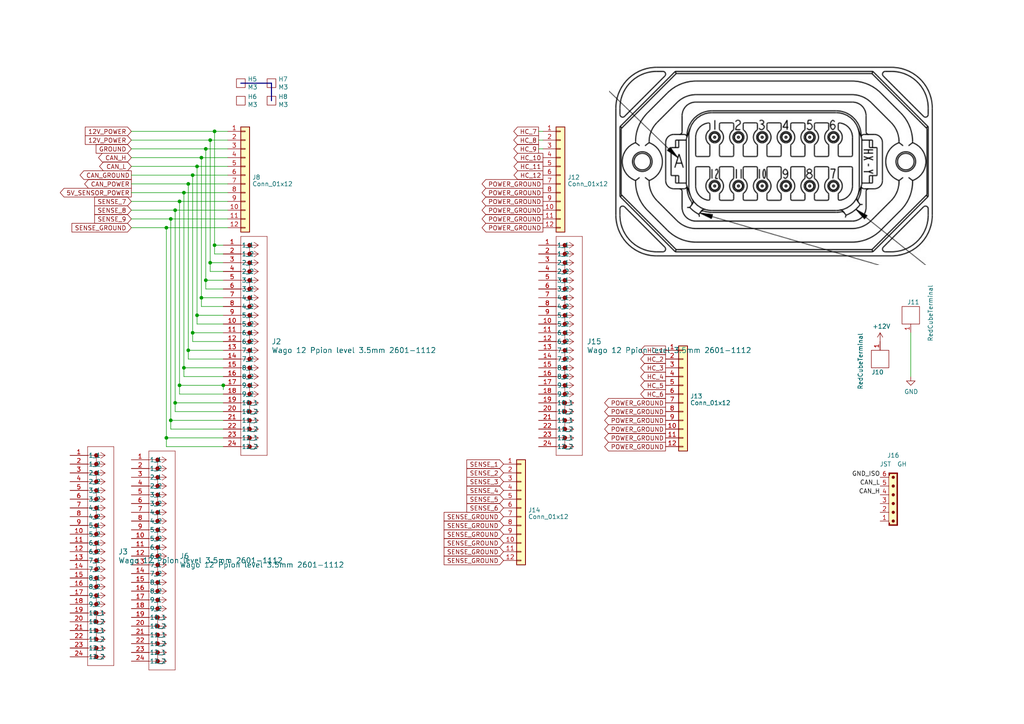
<source format=kicad_sch>
(kicad_sch (version 20250114) (generator "eeschema") (generator_version "9.0")
  (paper "A4")
  (title_block (title "l8"))
  (lib_symbols
    (symbol "Connector_Generic:Conn_01x12" (pin_names (offset 1.016) (hide yes))
      (property "Reference" "J" (at 0 15.24 0))
      (property "Value" "Conn_01x12" (at 0 -17.78 0))
      (symbol "Conn_01x12_1_1"
        (rectangle (start -1.27 13.97) (end 1.27 -16.51) (stroke (width 0.254)) (fill (type background)))
        (rectangle (start -1.27 12.827) (end 0 12.573) (stroke (width 0.1524)))
        (rectangle (start -1.27 10.287) (end 0 10.033) (stroke (width 0.1524)))
        (rectangle (start -1.27 7.747) (end 0 7.493) (stroke (width 0.1524)))
        (rectangle (start -1.27 5.207) (end 0 4.953) (stroke (width 0.1524)))
        (rectangle (start -1.27 2.667) (end 0 2.413) (stroke (width 0.1524)))
        (rectangle (start -1.27 0.127) (end 0 -0.127) (stroke (width 0.1524)))
        (rectangle (start -1.27 -2.413) (end 0 -2.667) (stroke (width 0.1524)))
        (rectangle (start -1.27 -4.953) (end 0 -5.207) (stroke (width 0.1524)))
        (rectangle (start -1.27 -7.493) (end 0 -7.747) (stroke (width 0.1524)))
        (rectangle (start -1.27 -10.033) (end 0 -10.287) (stroke (width 0.1524)))
        (rectangle (start -1.27 -12.573) (end 0 -12.827) (stroke (width 0.1524)))
        (rectangle (start -1.27 -15.113) (end 0 -15.367) (stroke (width 0.1524)))
        (pin passive line (at -5.08 12.7 0) (length 3.81) (name "Pin_1") (number "1"))
        (pin passive line (at -5.08 10.16 0) (length 3.81) (name "Pin_2") (number "2"))
        (pin passive line (at -5.08 7.62 0) (length 3.81) (name "Pin_3") (number "3"))
        (pin passive line (at -5.08 5.08 0) (length 3.81) (name "Pin_4") (number "4"))
        (pin passive line (at -5.08 2.54 0) (length 3.81) (name "Pin_5") (number "5"))
        (pin passive line (at -5.08 0 0) (length 3.81) (name "Pin_6") (number "6"))
        (pin passive line (at -5.08 -2.54 0) (length 3.81) (name "Pin_7") (number "7"))
        (pin passive line (at -5.08 -5.08 0) (length 3.81) (name "Pin_8") (number "8"))
        (pin passive line (at -5.08 -7.62 0) (length 3.81) (name "Pin_9") (number "9"))
        (pin passive line (at -5.08 -10.16 0) (length 3.81) (name "Pin_10") (number "10"))
        (pin passive line (at -5.08 -12.7 0) (length 3.81) (name "Pin_11") (number "11"))
        (pin passive line (at -5.08 -15.24 0) (length 3.81) (name "Pin_12") (number "12"))
      )
    )
    (symbol "PCM_SL_Connectors:JST_06"
      (property "Reference" "J" (at 0 12.7 0))
      (property "Value" "JST_06" (at 0 10.16 0))
      (symbol "JST_06_0_1"
        (rectangle (start -1.27 7.62) (end 1.27 -7.62) (fill (type background)))
        (polyline (pts (xy -1.27 -6.858) (xy -1.27 -7.62) (xy 1.27 -7.62) (xy 1.27 -6.858) (xy 1.016 -6.858) (xy 1.016 -7.366) (xy -1.016 -7.366) (xy -1.016 -6.858) (xy -1.27 -6.858)) (fill (type outline)))
        (circle (center 0 6.35) (radius 0.381) (fill (type outline)))
        (circle (center 0 3.81) (radius 0.381) (fill (type outline)))
        (circle (center 0 1.27) (radius 0.381) (fill (type outline)))
        (circle (center 0 -1.27) (radius 0.381) (fill (type outline)))
        (circle (center 0 -3.81) (radius 0.381) (fill (type outline)))
        (circle (center 0 -6.35) (radius 0.381) (fill (type outline)))
        (rectangle (start 1.016 -6.858) (end 1.27 6.858) (fill (type outline)))
        (rectangle (start 1.016 -6.858) (end 1.27 -6.858))
        (polyline (pts (xy 1.27 6.858) (xy 1.27 7.62) (xy -1.27 7.62) (xy -1.27 6.858) (xy -1.016 6.858) (xy -1.016 7.366) (xy 1.016 7.366) (xy 1.016 6.858) (xy 1.27 6.858)) (fill (type outline)))
      )
      (symbol "JST_06_1_1"
        (pin passive line (at -3.81 6.35 0) (length 2.54) (name "") (number "1"))
        (pin passive line (at -3.81 3.81 0) (length 2.54) (name "") (number "2"))
        (pin passive line (at -3.81 1.27 0) (length 2.54) (name "") (number "3"))
        (pin passive line (at -3.81 -1.27 0) (length 2.54) (name "") (number "4"))
        (pin passive line (at -3.81 -3.81 0) (length 2.54) (name "") (number "5"))
        (pin passive line (at -3.81 -6.35 0) (length 2.54) (name "") (number "6"))
      )
    )
    (symbol "RedCube:RedCubeTerminal" (pin_names (offset 1.016))
      (property "Reference" "J" (at 0 3.81 0))
      (property "Value" "RedCube_RedCubeTerminal" (at 1.27 -3.81 0))
      (symbol "RedCubeTerminal_0_1"
        (rectangle (start -1.27 -2.54) (end 3.81 2.54))
      )
      (symbol "RedCubeTerminal_1_1"
        (pin bidirectional line (at -3.81 0 0) (length 2.54) (name "~") (number "1"))
      )
    )
    (symbol "dnt_global:M3-MountingHoles" (pin_names (offset 1.016))
      (property "Reference" "H6" (at 1.9812 1.1684 0))
      (property "Value" "M3" (at 1.9812 -1.143 0))
      (symbol "M3-MountingHoles_0_1"
        (rectangle (start -1.27 1.27) (end 1.27 -1.27))
      )
    )
    (symbol "dnt_global:Wago 12 Ppion level 3.5mm 2601-1112" (pin_names (offset 0.254))
      (property "Reference" "J" (at 8.89 6.35 0))
      (property "Value" "Wago 12 pin  1 level 3.5mm 2601-1112" (at 0 0 0))
      (symbol "Wago 12 Ppion level 3.5mm 2601-1112_1_1"
        (polyline (pts (xy 5.08 2.54) (xy 5.08 -60.96)) (stroke (width 0.127)))
        (polyline (pts (xy 5.08 -60.96) (xy 12.7 -60.96)) (stroke (width 0.127)))
        (polyline (pts (xy 7.62 0) (xy 7.62 -2.54)) (stroke (width 0.127)))
        (circle (center 7.62 0) (radius 0.127) (stroke (width 0.508)))
        (circle (center 7.62 -2.54) (radius 0.127) (stroke (width 0.508)))
        (polyline (pts (xy 7.62 -5.08) (xy 7.62 -7.62)) (stroke (width 0.127)))
        (circle (center 7.62 -5.08) (radius 0.127) (stroke (width 0.508)))
        (circle (center 7.62 -7.62) (radius 0.127) (stroke (width 0.508)))
        (polyline (pts (xy 7.62 -10.16) (xy 7.62 -12.7)) (stroke (width 0.127)))
        (circle (center 7.62 -10.16) (radius 0.127) (stroke (width 0.508)))
        (circle (center 7.62 -12.7) (radius 0.127) (stroke (width 0.508)))
        (polyline (pts (xy 7.62 -15.24) (xy 7.62 -17.78)) (stroke (width 0.127)))
        (circle (center 7.62 -15.24) (radius 0.127) (stroke (width 0.508)))
        (circle (center 7.62 -17.78) (radius 0.127) (stroke (width 0.508)))
        (polyline (pts (xy 7.62 -20.32) (xy 7.62 -22.86)) (stroke (width 0.127)))
        (circle (center 7.62 -20.32) (radius 0.127) (stroke (width 0.508)))
        (circle (center 7.62 -22.86) (radius 0.127) (stroke (width 0.508)))
        (polyline (pts (xy 7.62 -25.4) (xy 7.62 -27.94)) (stroke (width 0.127)))
        (circle (center 7.62 -25.4) (radius 0.127) (stroke (width 0.508)))
        (circle (center 7.62 -27.94) (radius 0.127) (stroke (width 0.508)))
        (polyline (pts (xy 7.62 -30.48) (xy 7.62 -33.02)) (stroke (width 0.127)))
        (circle (center 7.62 -30.48) (radius 0.127) (stroke (width 0.508)))
        (circle (center 7.62 -33.02) (radius 0.127) (stroke (width 0.508)))
        (polyline (pts (xy 7.62 -35.56) (xy 7.62 -38.1)) (stroke (width 0.127)))
        (circle (center 7.62 -35.56) (radius 0.127) (stroke (width 0.508)))
        (circle (center 7.62 -38.1) (radius 0.127) (stroke (width 0.508)))
        (polyline (pts (xy 7.62 -40.64) (xy 7.62 -43.18)) (stroke (width 0.127)))
        (circle (center 7.62 -40.64) (radius 0.127) (stroke (width 0.508)))
        (circle (center 7.62 -43.18) (radius 0.127) (stroke (width 0.508)))
        (polyline (pts (xy 7.62 -45.72) (xy 7.62 -48.26)) (stroke (width 0.127)))
        (circle (center 7.62 -45.72) (radius 0.127) (stroke (width 0.508)))
        (circle (center 7.62 -48.26) (radius 0.127) (stroke (width 0.508)))
        (polyline (pts (xy 7.62 -50.8) (xy 7.62 -53.34)) (stroke (width 0.127)))
        (circle (center 7.62 -50.8) (radius 0.127) (stroke (width 0.508)))
        (circle (center 7.62 -53.34) (radius 0.127) (stroke (width 0.508)))
        (polyline (pts (xy 7.62 -55.88) (xy 7.62 -58.42)) (stroke (width 0.127)))
        (circle (center 7.62 -55.88) (radius 0.127) (stroke (width 0.508)))
        (circle (center 7.62 -58.42) (radius 0.127) (stroke (width 0.508)))
        (polyline (pts (xy 10.16 0) (xy 5.08 0)) (stroke (width 0.127)))
        (polyline (pts (xy 10.16 0) (xy 8.89 0.8467)) (stroke (width 0.127)))
        (polyline (pts (xy 10.16 0) (xy 8.89 -0.8467)) (stroke (width 0.127)))
        (polyline (pts (xy 10.16 -2.54) (xy 5.08 -2.54)) (stroke (width 0.127)))
        (polyline (pts (xy 10.16 -2.54) (xy 8.89 -1.6933)) (stroke (width 0.127)))
        (polyline (pts (xy 10.16 -2.54) (xy 8.89 -3.3867)) (stroke (width 0.127)))
        (polyline (pts (xy 10.16 -5.08) (xy 5.08 -5.08)) (stroke (width 0.127)))
        (polyline (pts (xy 10.16 -5.08) (xy 8.89 -4.2333)) (stroke (width 0.127)))
        (polyline (pts (xy 10.16 -5.08) (xy 8.89 -5.9267)) (stroke (width 0.127)))
        (polyline (pts (xy 10.16 -7.62) (xy 5.08 -7.62)) (stroke (width 0.127)))
        (polyline (pts (xy 10.16 -7.62) (xy 8.89 -6.7733)) (stroke (width 0.127)))
        (polyline (pts (xy 10.16 -7.62) (xy 8.89 -8.4667)) (stroke (width 0.127)))
        (polyline (pts (xy 10.16 -10.16) (xy 5.08 -10.16)) (stroke (width 0.127)))
        (polyline (pts (xy 10.16 -10.16) (xy 8.89 -9.3133)) (stroke (width 0.127)))
        (polyline (pts (xy 10.16 -10.16) (xy 8.89 -11.0067)) (stroke (width 0.127)))
        (polyline (pts (xy 10.16 -12.7) (xy 5.08 -12.7)) (stroke (width 0.127)))
        (polyline (pts (xy 10.16 -12.7) (xy 8.89 -11.8533)) (stroke (width 0.127)))
        (polyline (pts (xy 10.16 -12.7) (xy 8.89 -13.5467)) (stroke (width 0.127)))
        (polyline (pts (xy 10.16 -15.24) (xy 5.08 -15.24)) (stroke (width 0.127)))
        (polyline (pts (xy 10.16 -15.24) (xy 8.89 -14.3933)) (stroke (width 0.127)))
        (polyline (pts (xy 10.16 -15.24) (xy 8.89 -16.0867)) (stroke (width 0.127)))
        (polyline (pts (xy 10.16 -17.78) (xy 5.08 -17.78)) (stroke (width 0.127)))
        (polyline (pts (xy 10.16 -17.78) (xy 8.89 -16.9333)) (stroke (width 0.127)))
        (polyline (pts (xy 10.16 -17.78) (xy 8.89 -18.6267)) (stroke (width 0.127)))
        (polyline (pts (xy 10.16 -20.32) (xy 5.08 -20.32)) (stroke (width 0.127)))
        (polyline (pts (xy 10.16 -20.32) (xy 8.89 -19.4733)) (stroke (width 0.127)))
        (polyline (pts (xy 10.16 -20.32) (xy 8.89 -21.1667)) (stroke (width 0.127)))
        (polyline (pts (xy 10.16 -22.86) (xy 5.08 -22.86)) (stroke (width 0.127)))
        (polyline (pts (xy 10.16 -22.86) (xy 8.89 -22.0133)) (stroke (width 0.127)))
        (polyline (pts (xy 10.16 -22.86) (xy 8.89 -23.7067)) (stroke (width 0.127)))
        (polyline (pts (xy 10.16 -25.4) (xy 5.08 -25.4)) (stroke (width 0.127)))
        (polyline (pts (xy 10.16 -25.4) (xy 8.89 -24.5533)) (stroke (width 0.127)))
        (polyline (pts (xy 10.16 -25.4) (xy 8.89 -26.2467)) (stroke (width 0.127)))
        (polyline (pts (xy 10.16 -27.94) (xy 5.08 -27.94)) (stroke (width 0.127)))
        (polyline (pts (xy 10.16 -27.94) (xy 8.89 -27.0933)) (stroke (width 0.127)))
        (polyline (pts (xy 10.16 -27.94) (xy 8.89 -28.7867)) (stroke (width 0.127)))
        (polyline (pts (xy 10.16 -30.48) (xy 5.08 -30.48)) (stroke (width 0.127)))
        (polyline (pts (xy 10.16 -30.48) (xy 8.89 -29.6333)) (stroke (width 0.127)))
        (polyline (pts (xy 10.16 -30.48) (xy 8.89 -31.3267)) (stroke (width 0.127)))
        (polyline (pts (xy 10.16 -33.02) (xy 5.08 -33.02)) (stroke (width 0.127)))
        (polyline (pts (xy 10.16 -33.02) (xy 8.89 -32.1733)) (stroke (width 0.127)))
        (polyline (pts (xy 10.16 -33.02) (xy 8.89 -33.8667)) (stroke (width 0.127)))
        (polyline (pts (xy 10.16 -35.56) (xy 5.08 -35.56)) (stroke (width 0.127)))
        (polyline (pts (xy 10.16 -35.56) (xy 8.89 -34.7133)) (stroke (width 0.127)))
        (polyline (pts (xy 10.16 -35.56) (xy 8.89 -36.4067)) (stroke (width 0.127)))
        (polyline (pts (xy 10.16 -38.1) (xy 5.08 -38.1)) (stroke (width 0.127)))
        (polyline (pts (xy 10.16 -38.1) (xy 8.89 -37.2533)) (stroke (width 0.127)))
        (polyline (pts (xy 10.16 -38.1) (xy 8.89 -38.9467)) (stroke (width 0.127)))
        (polyline (pts (xy 10.16 -40.64) (xy 5.08 -40.64)) (stroke (width 0.127)))
        (polyline (pts (xy 10.16 -40.64) (xy 8.89 -39.7933)) (stroke (width 0.127)))
        (polyline (pts (xy 10.16 -40.64) (xy 8.89 -41.4867)) (stroke (width 0.127)))
        (polyline (pts (xy 10.16 -43.18) (xy 5.08 -43.18)) (stroke (width 0.127)))
        (polyline (pts (xy 10.16 -43.18) (xy 8.89 -42.3333)) (stroke (width 0.127)))
        (polyline (pts (xy 10.16 -43.18) (xy 8.89 -44.0267)) (stroke (width 0.127)))
        (polyline (pts (xy 10.16 -45.72) (xy 5.08 -45.72)) (stroke (width 0.127)))
        (polyline (pts (xy 10.16 -45.72) (xy 8.89 -44.8733)) (stroke (width 0.127)))
        (polyline (pts (xy 10.16 -45.72) (xy 8.89 -46.5667)) (stroke (width 0.127)))
        (polyline (pts (xy 10.16 -48.26) (xy 5.08 -48.26)) (stroke (width 0.127)))
        (polyline (pts (xy 10.16 -48.26) (xy 8.89 -47.4133)) (stroke (width 0.127)))
        (polyline (pts (xy 10.16 -48.26) (xy 8.89 -49.1067)) (stroke (width 0.127)))
        (polyline (pts (xy 10.16 -50.8) (xy 5.08 -50.8)) (stroke (width 0.127)))
        (polyline (pts (xy 10.16 -50.8) (xy 8.89 -49.9533)) (stroke (width 0.127)))
        (polyline (pts (xy 10.16 -50.8) (xy 8.89 -51.6467)) (stroke (width 0.127)))
        (polyline (pts (xy 10.16 -53.34) (xy 5.08 -53.34)) (stroke (width 0.127)))
        (polyline (pts (xy 10.16 -53.34) (xy 8.89 -52.4933)) (stroke (width 0.127)))
        (polyline (pts (xy 10.16 -53.34) (xy 8.89 -54.1867)) (stroke (width 0.127)))
        (polyline (pts (xy 10.16 -55.88) (xy 5.08 -55.88)) (stroke (width 0.127)))
        (polyline (pts (xy 10.16 -55.88) (xy 8.89 -55.0333)) (stroke (width 0.127)))
        (polyline (pts (xy 10.16 -55.88) (xy 8.89 -56.7267)) (stroke (width 0.127)))
        (polyline (pts (xy 10.16 -58.42) (xy 5.08 -58.42)) (stroke (width 0.127)))
        (polyline (pts (xy 10.16 -58.42) (xy 8.89 -57.5733)) (stroke (width 0.127)))
        (polyline (pts (xy 10.16 -58.42) (xy 8.89 -59.2667)) (stroke (width 0.127)))
        (polyline (pts (xy 12.7 2.54) (xy 5.08 2.54)) (stroke (width 0.127)))
        (polyline (pts (xy 12.7 -60.96) (xy 12.7 2.54)) (stroke (width 0.127)))
        (pin unspecified line (at 0 0 0) (length 5.08) (name "1_1") (number "1"))
        (pin unspecified line (at 0 -2.54 0) (length 5.08) (name "1_2") (number "2"))
        (pin unspecified line (at 0 -5.08 0) (length 5.08) (name "2_1") (number "3"))
        (pin unspecified line (at 0 -7.62 0) (length 5.08) (name "2_2") (number "4"))
        (pin unspecified line (at 0 -10.16 0) (length 5.08) (name "3_1") (number "5"))
        (pin unspecified line (at 0 -12.7 0) (length 5.08) (name "3_2") (number "6"))
        (pin unspecified line (at 0 -15.24 0) (length 5.08) (name "4_1") (number "7"))
        (pin unspecified line (at 0 -17.78 0) (length 5.08) (name "4_2") (number "8"))
        (pin unspecified line (at 0 -20.32 0) (length 5.08) (name "5_1") (number "9"))
        (pin unspecified line (at 0 -22.86 0) (length 5.08) (name "5_2") (number "10"))
        (pin unspecified line (at 0 -25.4 0) (length 5.08) (name "6_1") (number "11"))
        (pin unspecified line (at 0 -27.94 0) (length 5.08) (name "6_2") (number "12"))
        (pin unspecified line (at 0 -30.48 0) (length 5.08) (name "7_1") (number "13"))
        (pin unspecified line (at 0 -33.02 0) (length 5.08) (name "7_2") (number "14"))
        (pin unspecified line (at 0 -35.56 0) (length 5.08) (name "8_1") (number "15"))
        (pin unspecified line (at 0 -38.1 0) (length 5.08) (name "8_2") (number "16"))
        (pin unspecified line (at 0 -40.64 0) (length 5.08) (name "9_1") (number "17"))
        (pin unspecified line (at 0 -43.18 0) (length 5.08) (name "9_2") (number "18"))
        (pin unspecified line (at 0 -45.72 0) (length 5.08) (name "10_1") (number "19"))
        (pin unspecified line (at 0 -48.26 0) (length 5.08) (name "10_2") (number "20"))
        (pin unspecified line (at 0 -50.8 0) (length 5.08) (name "11_1") (number "21"))
        (pin unspecified line (at 0 -53.34 0) (length 5.08) (name "11_2") (number "22"))
        (pin unspecified line (at 0 -55.88 0) (length 5.08) (name "12_1") (number "23"))
        (pin unspecified line (at 0 -58.42 0) (length 5.08) (name "12_2") (number "24"))
      )
      (symbol "Wago 12 Ppion level 3.5mm 2601-1112_1_2"
        (polyline (pts (xy 5.08 2.54) (xy 5.08 -60.96)) (stroke (width 0.127)))
        (polyline (pts (xy 5.08 -60.96) (xy 12.7 -60.96)) (stroke (width 0.127)))
        (polyline (pts (xy 7.62 0) (xy 7.62 -2.54)) (stroke (width 0.127)))
        (circle (center 7.62 0) (radius 0.127) (stroke (width 0.508)))
        (circle (center 7.62 -2.54) (radius 0.127) (stroke (width 0.508)))
        (polyline (pts (xy 7.62 -5.08) (xy 7.62 -7.62)) (stroke (width 0.127)))
        (circle (center 7.62 -5.08) (radius 0.127) (stroke (width 0.508)))
        (circle (center 7.62 -7.62) (radius 0.127) (stroke (width 0.508)))
        (polyline (pts (xy 7.62 -10.16) (xy 7.62 -12.7)) (stroke (width 0.127)))
        (circle (center 7.62 -10.16) (radius 0.127) (stroke (width 0.508)))
        (circle (center 7.62 -12.7) (radius 0.127) (stroke (width 0.508)))
        (polyline (pts (xy 7.62 -15.24) (xy 7.62 -17.78)) (stroke (width 0.127)))
        (circle (center 7.62 -15.24) (radius 0.127) (stroke (width 0.508)))
        (circle (center 7.62 -17.78) (radius 0.127) (stroke (width 0.508)))
        (polyline (pts (xy 7.62 -20.32) (xy 7.62 -22.86)) (stroke (width 0.127)))
        (circle (center 7.62 -20.32) (radius 0.127) (stroke (width 0.508)))
        (circle (center 7.62 -22.86) (radius 0.127) (stroke (width 0.508)))
        (polyline (pts (xy 7.62 -25.4) (xy 7.62 -27.94)) (stroke (width 0.127)))
        (circle (center 7.62 -25.4) (radius 0.127) (stroke (width 0.508)))
        (circle (center 7.62 -27.94) (radius 0.127) (stroke (width 0.508)))
        (polyline (pts (xy 7.62 -30.48) (xy 7.62 -33.02)) (stroke (width 0.127)))
        (circle (center 7.62 -30.48) (radius 0.127) (stroke (width 0.508)))
        (circle (center 7.62 -33.02) (radius 0.127) (stroke (width 0.508)))
        (polyline (pts (xy 7.62 -35.56) (xy 7.62 -38.1)) (stroke (width 0.127)))
        (circle (center 7.62 -35.56) (radius 0.127) (stroke (width 0.508)))
        (circle (center 7.62 -38.1) (radius 0.127) (stroke (width 0.508)))
        (polyline (pts (xy 7.62 -40.64) (xy 7.62 -43.18)) (stroke (width 0.127)))
        (circle (center 7.62 -40.64) (radius 0.127) (stroke (width 0.508)))
        (circle (center 7.62 -43.18) (radius 0.127) (stroke (width 0.508)))
        (polyline (pts (xy 7.62 -45.72) (xy 7.62 -48.26)) (stroke (width 0.127)))
        (circle (center 7.62 -45.72) (radius 0.127) (stroke (width 0.508)))
        (circle (center 7.62 -48.26) (radius 0.127) (stroke (width 0.508)))
        (polyline (pts (xy 7.62 -50.8) (xy 7.62 -53.34)) (stroke (width 0.127)))
        (circle (center 7.62 -50.8) (radius 0.127) (stroke (width 0.508)))
        (circle (center 7.62 -53.34) (radius 0.127) (stroke (width 0.508)))
        (polyline (pts (xy 7.62 -55.88) (xy 7.62 -58.42)) (stroke (width 0.127)))
        (circle (center 7.62 -55.88) (radius 0.127) (stroke (width 0.508)))
        (circle (center 7.62 -58.42) (radius 0.127) (stroke (width 0.508)))
        (polyline (pts (xy 10.16 0) (xy 5.08 0)) (stroke (width 0.127)))
        (polyline (pts (xy 10.16 0) (xy 8.89 0.8467)) (stroke (width 0.127)))
        (polyline (pts (xy 10.16 0) (xy 8.89 -0.8467)) (stroke (width 0.127)))
        (polyline (pts (xy 10.16 -2.54) (xy 5.08 -2.54)) (stroke (width 0.127)))
        (polyline (pts (xy 10.16 -2.54) (xy 8.89 -1.6933)) (stroke (width 0.127)))
        (polyline (pts (xy 10.16 -2.54) (xy 8.89 -3.3867)) (stroke (width 0.127)))
        (polyline (pts (xy 10.16 -5.08) (xy 5.08 -5.08)) (stroke (width 0.127)))
        (polyline (pts (xy 10.16 -5.08) (xy 8.89 -4.2333)) (stroke (width 0.127)))
        (polyline (pts (xy 10.16 -5.08) (xy 8.89 -5.9267)) (stroke (width 0.127)))
        (polyline (pts (xy 10.16 -7.62) (xy 5.08 -7.62)) (stroke (width 0.127)))
        (polyline (pts (xy 10.16 -7.62) (xy 8.89 -6.7733)) (stroke (width 0.127)))
        (polyline (pts (xy 10.16 -7.62) (xy 8.89 -8.4667)) (stroke (width 0.127)))
        (polyline (pts (xy 10.16 -10.16) (xy 5.08 -10.16)) (stroke (width 0.127)))
        (polyline (pts (xy 10.16 -10.16) (xy 8.89 -9.3133)) (stroke (width 0.127)))
        (polyline (pts (xy 10.16 -10.16) (xy 8.89 -11.0067)) (stroke (width 0.127)))
        (polyline (pts (xy 10.16 -12.7) (xy 5.08 -12.7)) (stroke (width 0.127)))
        (polyline (pts (xy 10.16 -12.7) (xy 8.89 -11.8533)) (stroke (width 0.127)))
        (polyline (pts (xy 10.16 -12.7) (xy 8.89 -13.5467)) (stroke (width 0.127)))
        (polyline (pts (xy 10.16 -15.24) (xy 5.08 -15.24)) (stroke (width 0.127)))
        (polyline (pts (xy 10.16 -15.24) (xy 8.89 -14.3933)) (stroke (width 0.127)))
        (polyline (pts (xy 10.16 -15.24) (xy 8.89 -16.0867)) (stroke (width 0.127)))
        (polyline (pts (xy 10.16 -17.78) (xy 5.08 -17.78)) (stroke (width 0.127)))
        (polyline (pts (xy 10.16 -17.78) (xy 8.89 -16.9333)) (stroke (width 0.127)))
        (polyline (pts (xy 10.16 -17.78) (xy 8.89 -18.6267)) (stroke (width 0.127)))
        (polyline (pts (xy 10.16 -20.32) (xy 5.08 -20.32)) (stroke (width 0.127)))
        (polyline (pts (xy 10.16 -20.32) (xy 8.89 -19.4733)) (stroke (width 0.127)))
        (polyline (pts (xy 10.16 -20.32) (xy 8.89 -21.1667)) (stroke (width 0.127)))
        (polyline (pts (xy 10.16 -22.86) (xy 5.08 -22.86)) (stroke (width 0.127)))
        (polyline (pts (xy 10.16 -22.86) (xy 8.89 -22.0133)) (stroke (width 0.127)))
        (polyline (pts (xy 10.16 -22.86) (xy 8.89 -23.7067)) (stroke (width 0.127)))
        (polyline (pts (xy 10.16 -25.4) (xy 5.08 -25.4)) (stroke (width 0.127)))
        (polyline (pts (xy 10.16 -25.4) (xy 8.89 -24.5533)) (stroke (width 0.127)))
        (polyline (pts (xy 10.16 -25.4) (xy 8.89 -26.2467)) (stroke (width 0.127)))
        (polyline (pts (xy 10.16 -27.94) (xy 5.08 -27.94)) (stroke (width 0.127)))
        (polyline (pts (xy 10.16 -27.94) (xy 8.89 -27.0933)) (stroke (width 0.127)))
        (polyline (pts (xy 10.16 -27.94) (xy 8.89 -28.7867)) (stroke (width 0.127)))
        (polyline (pts (xy 10.16 -30.48) (xy 5.08 -30.48)) (stroke (width 0.127)))
        (polyline (pts (xy 10.16 -30.48) (xy 8.89 -29.6333)) (stroke (width 0.127)))
        (polyline (pts (xy 10.16 -30.48) (xy 8.89 -31.3267)) (stroke (width 0.127)))
        (polyline (pts (xy 10.16 -33.02) (xy 5.08 -33.02)) (stroke (width 0.127)))
        (polyline (pts (xy 10.16 -33.02) (xy 8.89 -32.1733)) (stroke (width 0.127)))
        (polyline (pts (xy 10.16 -33.02) (xy 8.89 -33.8667)) (stroke (width 0.127)))
        (polyline (pts (xy 10.16 -35.56) (xy 5.08 -35.56)) (stroke (width 0.127)))
        (polyline (pts (xy 10.16 -35.56) (xy 8.89 -34.7133)) (stroke (width 0.127)))
        (polyline (pts (xy 10.16 -35.56) (xy 8.89 -36.4067)) (stroke (width 0.127)))
        (polyline (pts (xy 10.16 -38.1) (xy 5.08 -38.1)) (stroke (width 0.127)))
        (polyline (pts (xy 10.16 -38.1) (xy 8.89 -37.2533)) (stroke (width 0.127)))
        (polyline (pts (xy 10.16 -38.1) (xy 8.89 -38.9467)) (stroke (width 0.127)))
        (polyline (pts (xy 10.16 -40.64) (xy 5.08 -40.64)) (stroke (width 0.127)))
        (polyline (pts (xy 10.16 -40.64) (xy 8.89 -39.7933)) (stroke (width 0.127)))
        (polyline (pts (xy 10.16 -40.64) (xy 8.89 -41.4867)) (stroke (width 0.127)))
        (polyline (pts (xy 10.16 -43.18) (xy 5.08 -43.18)) (stroke (width 0.127)))
        (polyline (pts (xy 10.16 -43.18) (xy 8.89 -42.3333)) (stroke (width 0.127)))
        (polyline (pts (xy 10.16 -43.18) (xy 8.89 -44.0267)) (stroke (width 0.127)))
        (polyline (pts (xy 10.16 -45.72) (xy 5.08 -45.72)) (stroke (width 0.127)))
        (polyline (pts (xy 10.16 -45.72) (xy 8.89 -44.8733)) (stroke (width 0.127)))
        (polyline (pts (xy 10.16 -45.72) (xy 8.89 -46.5667)) (stroke (width 0.127)))
        (polyline (pts (xy 10.16 -48.26) (xy 5.08 -48.26)) (stroke (width 0.127)))
        (polyline (pts (xy 10.16 -48.26) (xy 8.89 -47.4133)) (stroke (width 0.127)))
        (polyline (pts (xy 10.16 -48.26) (xy 8.89 -49.1067)) (stroke (width 0.127)))
        (polyline (pts (xy 10.16 -50.8) (xy 5.08 -50.8)) (stroke (width 0.127)))
        (polyline (pts (xy 10.16 -50.8) (xy 8.89 -49.9533)) (stroke (width 0.127)))
        (polyline (pts (xy 10.16 -50.8) (xy 8.89 -51.6467)) (stroke (width 0.127)))
        (polyline (pts (xy 10.16 -53.34) (xy 5.08 -53.34)) (stroke (width 0.127)))
        (polyline (pts (xy 10.16 -53.34) (xy 8.89 -52.4933)) (stroke (width 0.127)))
        (polyline (pts (xy 10.16 -53.34) (xy 8.89 -54.1867)) (stroke (width 0.127)))
        (polyline (pts (xy 10.16 -55.88) (xy 5.08 -55.88)) (stroke (width 0.127)))
        (polyline (pts (xy 10.16 -55.88) (xy 8.89 -55.0333)) (stroke (width 0.127)))
        (polyline (pts (xy 10.16 -55.88) (xy 8.89 -56.7267)) (stroke (width 0.127)))
        (polyline (pts (xy 10.16 -58.42) (xy 5.08 -58.42)) (stroke (width 0.127)))
        (polyline (pts (xy 10.16 -58.42) (xy 8.89 -57.5733)) (stroke (width 0.127)))
        (polyline (pts (xy 10.16 -58.42) (xy 8.89 -59.2667)) (stroke (width 0.127)))
        (polyline (pts (xy 12.7 2.54) (xy 5.08 2.54)) (stroke (width 0.127)))
        (polyline (pts (xy 12.7 -60.96) (xy 12.7 2.54)) (stroke (width 0.127)))
        (pin unspecified line (at 0 0 0) (length 5.08) (name "1_1") (number "1"))
        (pin unspecified line (at 0 -2.54 0) (length 5.08) (name "1_2") (number "2"))
        (pin unspecified line (at 0 -5.08 0) (length 5.08) (name "2_1") (number "3"))
        (pin unspecified line (at 0 -7.62 0) (length 5.08) (name "2_2") (number "4"))
        (pin unspecified line (at 0 -10.16 0) (length 5.08) (name "3_1") (number "5"))
        (pin unspecified line (at 0 -12.7 0) (length 5.08) (name "3_2") (number "6"))
        (pin unspecified line (at 0 -15.24 0) (length 5.08) (name "4_1") (number "7"))
        (pin unspecified line (at 0 -17.78 0) (length 5.08) (name "4_2") (number "8"))
        (pin unspecified line (at 0 -20.32 0) (length 5.08) (name "5_1") (number "9"))
        (pin unspecified line (at 0 -22.86 0) (length 5.08) (name "5_2") (number "10"))
        (pin unspecified line (at 0 -25.4 0) (length 5.08) (name "6_1") (number "11"))
        (pin unspecified line (at 0 -27.94 0) (length 5.08) (name "6_2") (number "12"))
        (pin unspecified line (at 0 -30.48 0) (length 5.08) (name "7_1") (number "13"))
        (pin unspecified line (at 0 -33.02 0) (length 5.08) (name "7_2") (number "14"))
        (pin unspecified line (at 0 -35.56 0) (length 5.08) (name "8_1") (number "15"))
        (pin unspecified line (at 0 -38.1 0) (length 5.08) (name "8_2") (number "16"))
        (pin unspecified line (at 0 -40.64 0) (length 5.08) (name "9_1") (number "17"))
        (pin unspecified line (at 0 -43.18 0) (length 5.08) (name "9_2") (number "18"))
        (pin unspecified line (at 0 -45.72 0) (length 5.08) (name "10_1") (number "19"))
        (pin unspecified line (at 0 -48.26 0) (length 5.08) (name "10_2") (number "20"))
        (pin unspecified line (at 0 -50.8 0) (length 5.08) (name "11_1") (number "21"))
        (pin unspecified line (at 0 -53.34 0) (length 5.08) (name "11_2") (number "22"))
        (pin unspecified line (at 0 -55.88 0) (length 5.08) (name "12_1") (number "23"))
        (pin unspecified line (at 0 -58.42 0) (length 5.08) (name "12_2") (number "24"))
      )
    )
    (symbol "power:+12V" (power) (pin_names (offset 0))
      (property "Value" "+12V" (at 0 3.556 0))
      (symbol "+12V_0_1"
        (polyline (pts (xy -0.762 1.27) (xy 0 2.54)))
        (polyline (pts (xy 0 2.54) (xy 0.762 1.27)))
        (polyline (pts (xy 0 0) (xy 0 2.54)))
      )
      (symbol "+12V_1_1"
        (pin power_in line (at 0 0 90) (length 0) (hide yes) (name "+12V") (number "1"))
      )
    )
    (symbol "power:GND" (power) (pin_names (offset 0))
      (property "Value" "GND" (at 0 -3.81 0))
      (symbol "GND_0_1"
        (polyline (pts (xy 0 0) (xy 0 -1.27) (xy 1.27 -1.27) (xy 0 -2.54) (xy -1.27 -1.27) (xy 0 -1.27)))
      )
      (symbol "GND_1_1"
        (pin power_in line (at 0 0 270) (length 0) (hide yes) (name "GND") (number "1"))
      )
    )
  )
  (junction (at 50.8 116.84))
  (junction (at 55.88 50.8))
  (junction (at 54.61 53.34))
  (junction (at 59.69 81.28))
  (junction (at 55.88 96.52))
  (junction (at 52.07 58.42))
  (junction (at 53.34 106.68))
  (junction (at 54.61 101.6))
  (junction (at 52.07 111.76))
  (junction (at 60.96 40.64))
  (junction (at 58.42 45.72))
  (junction (at 49.53 121.92))
  (junction (at 49.53 63.5))
  (junction (at 53.34 55.88))
  (junction (at 58.42 86.36))
  (junction (at 62.23 71.12))
  (junction (at 57.15 91.44))
  (junction (at 59.69 43.18))
  (junction (at 64.77 111.76))
  (junction (at 50.8 60.96))
  (junction (at 48.26 66.04))
  (junction (at 57.15 48.26))
  (junction (at 48.26 127))
  (junction (at 60.96 76.2))
  (junction (at 62.23 38.1))
  (wire (pts (xy 66.04 66.04) (xy 48.26 66.04)))
  (wire (pts (xy 54.61 104.14) (xy 64.77 104.14)))
  (wire (pts (xy 55.88 96.52) (xy 64.77 96.52)))
  (wire (pts (xy 157.48 38.1) (xy 156.21 38.1)))
  (wire (pts (xy 60.96 76.2) (xy 60.96 40.64)))
  (wire (pts (xy 52.07 111.76) (xy 52.07 114.3)))
  (wire (pts (xy 66.04 58.42) (xy 52.07 58.42)))
  (wire (pts (xy 59.69 83.82) (xy 64.77 83.82)))
  (wire (pts (xy 53.34 109.22) (xy 64.77 109.22)))
  (wire (pts (xy 66.04 38.1) (xy 62.23 38.1)))
  (wire (pts (xy 53.34 55.88) (xy 38.1 55.88)))
  (wire (pts (xy 55.88 50.8) (xy 55.88 96.52)))
  (wire (pts (xy 59.69 81.28) (xy 59.69 83.82)))
  (wire (pts (xy 66.04 60.96) (xy 50.8 60.96)))
  (wire (pts (xy 52.07 58.42) (xy 38.1 58.42)))
  (wire (pts (xy 48.26 129.54) (xy 64.77 129.54)))
  (wire (pts (xy 53.34 55.88) (xy 53.34 106.68)))
  (wire (pts (xy 58.42 86.36) (xy 58.42 88.9)))
  (wire (pts (xy 50.8 60.96) (xy 38.1 60.96)))
  (wire (pts (xy 50.8 116.84) (xy 50.8 119.38)))
  (wire (pts (xy 66.04 40.64) (xy 60.96 40.64)))
  (wire (pts (xy 157.48 40.64) (xy 156.21 40.64)))
  (wire (pts (xy 64.77 76.2) (xy 60.96 76.2)))
  (wire (pts (xy 58.42 45.72) (xy 38.1 45.72)))
  (wire (pts (xy 54.61 53.34) (xy 54.61 101.6)))
  (wire (pts (xy 58.42 86.36) (xy 64.77 86.36)))
  (wire (pts (xy 59.69 81.28) (xy 64.77 81.28)))
  (wire (pts (xy 58.42 88.9) (xy 64.77 88.9)))
  (wire (pts (xy 53.34 106.68) (xy 53.34 109.22)))
  (wire (pts (xy 64.77 111.76) (xy 64.77 113.03)))
  (wire (pts (xy 57.15 91.44) (xy 57.15 93.98)))
  (wire (pts (xy 60.96 78.74) (xy 64.77 78.74)))
  (wire (pts (xy 57.15 48.26) (xy 57.15 91.44)))
  (wire (pts (xy 52.07 58.42) (xy 52.07 111.76)))
  (wire (pts (xy 66.04 63.5) (xy 49.53 63.5)))
  (wire (pts (xy 53.34 106.68) (xy 64.77 106.68)))
  (wire (pts (xy 55.88 99.06) (xy 64.77 99.06)))
  (wire (pts (xy 57.15 93.98) (xy 64.77 93.98)))
  (wire (pts (xy 50.8 60.96) (xy 50.8 116.84)))
  (wire (pts (xy 62.23 38.1) (xy 38.1 38.1)))
  (wire (pts (xy 54.61 101.6) (xy 64.77 101.6)))
  (wire (pts (xy 48.26 66.04) (xy 48.26 127)))
  (wire (pts (xy 60.96 40.64) (xy 38.1 40.64)))
  (bus (pts (xy 78.74 24.13) (xy 78.74 29.21)))
  (wire (pts (xy 64.77 71.12) (xy 62.23 71.12)))
  (wire (pts (xy 54.61 101.6) (xy 54.61 104.14)))
  (wire (pts (xy 50.8 119.38) (xy 64.77 119.38)))
  (wire (pts (xy 59.69 43.18) (xy 38.1 43.18)))
  (wire (pts (xy 66.04 45.72) (xy 58.42 45.72)))
  (wire (pts (xy 156.21 43.18) (xy 157.48 43.18)))
  (wire (pts (xy 49.53 63.5) (xy 38.1 63.5)))
  (wire (pts (xy 48.26 127) (xy 64.77 127)))
  (wire (pts (xy 55.88 50.8) (xy 38.1 50.8)))
  (wire (pts (xy 66.04 43.18) (xy 59.69 43.18)))
  (wire (pts (xy 66.04 48.26) (xy 57.15 48.26)))
  (wire (pts (xy 57.15 48.26) (xy 38.1 48.26)))
  (wire (pts (xy 60.96 76.2) (xy 60.96 78.74)))
  (wire (pts (xy 55.88 96.52) (xy 55.88 99.06)))
  (wire (pts (xy 62.23 71.12) (xy 62.23 73.66)))
  (wire (pts (xy 50.8 116.84) (xy 64.77 116.84)))
  (wire (pts (xy 48.26 66.04) (xy 38.1 66.04)))
  (wire (pts (xy 49.53 124.46) (xy 64.77 124.46)))
  (wire (pts (xy 52.07 111.76) (xy 64.77 111.76)))
  (wire (pts (xy 52.07 114.3) (xy 64.77 114.3)))
  (wire (pts (xy 62.23 73.66) (xy 64.77 73.66)))
  (bus (pts (xy 69.85 24.13) (xy 78.74 24.13)))
  (wire (pts (xy 54.61 53.34) (xy 38.1 53.34)))
  (wire (pts (xy 66.04 50.8) (xy 55.88 50.8)))
  (wire (pts (xy 62.23 71.12) (xy 62.23 38.1)))
  (wire (pts (xy 66.04 55.88) (xy 53.34 55.88)))
  (wire (pts (xy 66.04 53.34) (xy 54.61 53.34)))
  (wire (pts (xy 58.42 45.72) (xy 58.42 86.36)))
  (wire (pts (xy 49.53 121.92) (xy 64.77 121.92)))
  (wire (pts (xy 57.15 91.44) (xy 64.77 91.44)))
  (wire (pts (xy 48.26 127) (xy 48.26 129.54)))
  (wire (pts (xy 49.53 121.92) (xy 49.53 124.46)))
  (wire (pts (xy 59.69 43.18) (xy 59.69 81.28)))
  (wire (pts (xy 264.16 96.52) (xy 264.16 109.22)))
  (wire (pts (xy 49.53 63.5) (xy 49.53 121.92)))
  (image (at 224.79 46.99) (scale 2.11712))
  (label "CAN_H" (at 255.27 143.51 180))
  (label "CAN_L" (at 255.27 140.97 180))
  (label "GND_ISO" (at 255.27 138.43 180))
  (global_label "SENSE_9" (shape input) (at 38.1 63.5 180) (property "Intersheetrefs" "${INTERSHEET_REFS}" (effects (hide yes))))
  (global_label "POWER_GROUND" (shape output) (at 193.04 124.46 180) (property "Intersheetrefs" "${INTERSHEET_REFS}" (effects (hide yes))))
  (global_label "HC_7" (shape output) (at 156.21 38.1 180) (property "Intersheetrefs" "${INTERSHEET_REFS}" (effects (hide yes))))
  (global_label "CAN_L" (shape bidirectional) (at 38.1 48.26 180) (property "Intersheetrefs" "${INTERSHEET_REFS}" (effects (hide yes))))
  (global_label "HC_4" (shape output) (at 193.04 109.22 180) (property "Intersheetrefs" "${INTERSHEET_REFS}" (effects (hide yes))))
  (global_label "POWER_GROUND" (shape output) (at 157.48 60.96 180) (property "Intersheetrefs" "${INTERSHEET_REFS}" (effects (hide yes))))
  (global_label "SENSE_1" (shape input) (at 146.05 134.62 180) (property "Intersheetrefs" "${INTERSHEET_REFS}" (effects (hide yes))))
  (global_label "SENSE_GROUND" (shape input) (at 38.1 66.04 180) (property "Intersheetrefs" "${INTERSHEET_REFS}" (effects (hide yes))))
  (global_label "POWER_GROUND" (shape output) (at 193.04 127 180) (property "Intersheetrefs" "${INTERSHEET_REFS}" (effects (hide yes))))
  (global_label "HC_3" (shape output) (at 193.04 106.68 180) (property "Intersheetrefs" "${INTERSHEET_REFS}" (effects (hide yes))))
  (global_label "GROUND" (shape input) (at 38.1 43.18 180) (property "Intersheetrefs" "${INTERSHEET_REFS}" (effects (hide yes))))
  (global_label "HC_2" (shape output) (at 193.04 104.14 180) (property "Intersheetrefs" "${INTERSHEET_REFS}" (effects (hide yes))))
  (global_label "SENSE_GROUND" (shape input) (at 146.05 160.02 180) (property "Intersheetrefs" "${INTERSHEET_REFS}" (effects (hide yes))))
  (global_label "SENSE_3" (shape input) (at 146.05 139.7 180) (property "Intersheetrefs" "${INTERSHEET_REFS}" (effects (hide yes))))
  (global_label "POWER_GROUND" (shape output) (at 193.04 119.38 180) (property "Intersheetrefs" "${INTERSHEET_REFS}" (effects (hide yes))))
  (global_label "CAN_GROUND" (shape output) (at 38.1 50.8 180) (property "Intersheetrefs" "${INTERSHEET_REFS}" (effects (hide yes))))
  (global_label "POWER_GROUND" (shape output) (at 157.48 63.5 180) (property "Intersheetrefs" "${INTERSHEET_REFS}" (effects (hide yes))))
  (global_label "CAN_H" (shape bidirectional) (at 38.1 45.72 180) (property "Intersheetrefs" "${INTERSHEET_REFS}" (effects (hide yes))))
  (global_label "SENSE_6" (shape input) (at 146.05 147.32 180) (property "Intersheetrefs" "${INTERSHEET_REFS}" (effects (hide yes))))
  (global_label "HC_9" (shape output) (at 156.21 43.18 180) (property "Intersheetrefs" "${INTERSHEET_REFS}" (effects (hide yes))))
  (global_label "POWER_GROUND" (shape output) (at 193.04 116.84 180) (property "Intersheetrefs" "${INTERSHEET_REFS}" (effects (hide yes))))
  (global_label "SENSE_5" (shape input) (at 146.05 144.78 180) (property "Intersheetrefs" "${INTERSHEET_REFS}" (effects (hide yes))))
  (global_label "HC_11" (shape output) (at 157.48 48.26 180) (property "Intersheetrefs" "${INTERSHEET_REFS}" (effects (hide yes))))
  (global_label "SENSE_7" (shape input) (at 38.1 58.42 180) (property "Intersheetrefs" "${INTERSHEET_REFS}" (effects (hide yes))))
  (global_label "HC_5" (shape output) (at 193.04 111.76 180) (property "Intersheetrefs" "${INTERSHEET_REFS}" (effects (hide yes))))
  (global_label "SENSE_GROUND" (shape input) (at 146.05 157.48 180) (property "Intersheetrefs" "${INTERSHEET_REFS}" (effects (hide yes))))
  (global_label "HC_1" (shape output) (at 193.04 101.6 180) (property "Intersheetrefs" "${INTERSHEET_REFS}" (effects (hide yes))))
  (global_label "SENSE_GROUND" (shape input) (at 146.05 162.56 180) (property "Intersheetrefs" "${INTERSHEET_REFS}" (effects (hide yes))))
  (global_label "POWER_GROUND" (shape output) (at 193.04 129.54 180) (property "Intersheetrefs" "${INTERSHEET_REFS}" (effects (hide yes))))
  (global_label "12V_POWER" (shape input) (at 38.1 40.64 180) (property "Intersheetrefs" "${INTERSHEET_REFS}" (effects (hide yes))))
  (global_label "POWER_GROUND" (shape output) (at 157.48 53.34 180) (property "Intersheetrefs" "${INTERSHEET_REFS}" (effects (hide yes))))
  (global_label "HC_10" (shape output) (at 157.48 45.72 180) (property "Intersheetrefs" "${INTERSHEET_REFS}" (effects (hide yes))))
  (global_label "SENSE_2" (shape input) (at 146.05 137.16 180) (property "Intersheetrefs" "${INTERSHEET_REFS}" (effects (hide yes))))
  (global_label "POWER_GROUND" (shape output) (at 157.48 66.04 180) (property "Intersheetrefs" "${INTERSHEET_REFS}" (effects (hide yes))))
  (global_label "SENSE_GROUND" (shape input) (at 146.05 152.4 180) (property "Intersheetrefs" "${INTERSHEET_REFS}" (effects (hide yes))))
  (global_label "HC_12" (shape output) (at 157.48 50.8 180) (property "Intersheetrefs" "${INTERSHEET_REFS}" (effects (hide yes))))
  (global_label "SENSE_GROUND" (shape input) (at 146.05 154.94 180) (property "Intersheetrefs" "${INTERSHEET_REFS}" (effects (hide yes))))
  (global_label "HC_8" (shape output) (at 156.21 40.64 180) (property "Intersheetrefs" "${INTERSHEET_REFS}" (effects (hide yes))))
  (global_label "CAN_POWER" (shape output) (at 38.1 53.34 180) (property "Intersheetrefs" "${INTERSHEET_REFS}" (effects (hide yes))))
  (global_label "12V_POWER" (shape input) (at 38.1 38.1 180) (property "Intersheetrefs" "${INTERSHEET_REFS}" (effects (hide yes))))
  (global_label "SENSE_GROUND" (shape input) (at 146.05 149.86 180) (property "Intersheetrefs" "${INTERSHEET_REFS}" (effects (hide yes))))
  (global_label "SENSE_8" (shape input) (at 38.1 60.96 180) (property "Intersheetrefs" "${INTERSHEET_REFS}" (effects (hide yes))))
  (global_label "POWER_GROUND" (shape output) (at 157.48 58.42 180) (property "Intersheetrefs" "${INTERSHEET_REFS}" (effects (hide yes))))
  (global_label "POWER_GROUND" (shape output) (at 157.48 55.88 180) (property "Intersheetrefs" "${INTERSHEET_REFS}" (effects (hide yes))))
  (global_label "HC_6" (shape output) (at 193.04 114.3 180) (property "Intersheetrefs" "${INTERSHEET_REFS}" (effects (hide yes))))
  (global_label "5V_SENSOR_POWER" (shape output) (at 38.1 55.88 180) (property "Intersheetrefs" "${INTERSHEET_REFS}" (effects (hide yes))))
  (global_label "POWER_GROUND" (shape output) (at 193.04 121.92 180) (property "Intersheetrefs" "${INTERSHEET_REFS}" (effects (hide yes))))
  (global_label "SENSE_4" (shape input) (at 146.05 142.24 180) (property "Intersheetrefs" "${INTERSHEET_REFS}" (effects (hide yes))))
  (symbol (lib_id "Connector_Generic:Conn_01x12") (at 151.13 147.32 0) (unit 1)
    (property "Reference" "J14" (at 153.162 147.9463 0) (effects (justify left)))
    (property "Value" "Conn_01x12" (at 153.162 149.8673 0) (effects (justify left)))
    (property "Footprint" "dnt:TE_DT15-12PC-B016" (effects (hide yes)))
    (property "Digi-Key_PN" "1734-1027-ND" (effects (hide yes)))
  )
  (symbol (lib_id "PCM_SL_Connectors:JST_06") (at 259.08 144.78 0) (mirror x) (unit 1)
    (property "Reference" "J16" (at 259.08 132.08 0))
    (property "Value" "JST  GH" (at 259.08 134.62 0))
    (property "Footprint" "dnt:JST_GH_BM06B-GHS-TBT_1x06-1MP_P1.25mm_Vertical" (effects (hide yes)))
    (property "Datasheet" "https://wmsc.lcsc.com/wmsc/upload/file/pdf/v2/lcsc/2304140030_JST-BM06B-GHS-TBT-LF-SN_C189892.pdf" (effects (hide yes)))
    (property "Description" "JST Connector  6 pins" (effects (hide yes)))
    (property "LCSC" "C189892" (effects (hide yes)))
  )
  (symbol (lib_id "RedCube:RedCubeTerminal") (at 264.16 92.71 90) (unit 1)
    (property "Reference" "J11" (at 266.7 87.63 90) (effects (justify left)))
    (property "Value" "RedCubeTerminal" (at 269.875 99.06 0) (effects (justify left)))
    (property "Footprint" "dnt:M6_Hole_8Pin_7461084" (effects (hide yes)))
    (property "Digi-Key_PN" "732-3203-ND" (effects (hide yes)))
  )
  (symbol (lib_id "dnt_global:M3-MountingHoles") (at 69.85 29.21 0) (unit 1)
    (property "Reference" "H6" (at 71.8312 28.0416 0) (effects (justify left)))
    (property "Value" "M3" (at 71.8312 30.353 0) (effects (justify left)))
    (property "Footprint" "MountingHole:MountingHole_3.2mm_M3_ISO7380_Pad" (effects (hide yes)))
  )
  (symbol (lib_id "dnt_global:Wago 12 Ppion level 3.5mm 2601-1112") (at 64.77 71.12 0) (unit 1)
    (property "Reference" "J2" (at 78.74 99.0599 0) (effects (font (size 1.524 1.524)) (justify left)))
    (property "Value" "Wago 12 Ppion level 3.5mm 2601-1112" (at 78.74 101.5999 0) (effects (font (size 1.524 1.524)) (justify left)))
    (property "Footprint" "dnt:2601-1112" (effects (hide yes)))
    (property "Datasheet" "2601-1112" (effects (hide yes)))
  )
  (symbol (lib_id "dnt_global:M3-MountingHoles") (at 78.74 29.21 0) (unit 1)
    (property "Reference" "H8" (at 80.7212 28.0416 0) (effects (justify left)))
    (property "Value" "M3" (at 80.7212 30.353 0) (effects (justify left)))
    (property "Footprint" "MountingHole:MountingHole_3.2mm_M3_ISO7380_Pad" (effects (hide yes)))
  )
  (symbol (lib_id "dnt_global:Wago 12 Ppion level 3.5mm 2601-1112") (at 38.1 133.35 0) (unit 1)
    (property "Reference" "J6" (at 52.07 161.2899 0) (effects (font (size 1.524 1.524)) (justify left)))
    (property "Value" "Wago 12 Ppion level 3.5mm 2601-1112" (at 52.07 163.8299 0) (effects (font (size 1.524 1.524)) (justify left)))
    (property "Footprint" "dnt:2601-1112" (effects (hide yes)))
    (property "Datasheet" "2601-1112" (effects (hide yes)))
  )
  (symbol (lib_id "dnt_global:M3-MountingHoles") (at 78.74 24.13 0) (unit 1)
    (property "Reference" "H7" (at 80.7212 22.9616 0) (effects (justify left)))
    (property "Value" "M3" (at 80.7212 25.273 0) (effects (justify left)))
    (property "Footprint" "MountingHole:MountingHole_3.2mm_M3_ISO7380_Pad" (effects (hide yes)))
  )
  (symbol (lib_id "dnt_global:M3-MountingHoles") (at 69.85 24.13 0) (unit 1)
    (property "Reference" "H5" (at 71.8312 22.9616 0) (effects (justify left)))
    (property "Value" "M3" (at 71.8312 25.273 0) (effects (justify left)))
    (property "Footprint" "MountingHole:MountingHole_3.2mm_M3_ISO7380_Pad" (effects (hide yes)))
  )
  (symbol (lib_id "dnt_global:Wago 12 Ppion level 3.5mm 2601-1112") (at 156.21 71.12 0) (unit 1)
    (property "Reference" "J15" (at 170.18 99.0599 0) (effects (font (size 1.524 1.524)) (justify left)))
    (property "Value" "Wago 12 Ppion level 3.5mm 2601-1112" (at 170.18 101.5999 0) (effects (font (size 1.524 1.524)) (justify left)))
    (property "Footprint" "dnt:2601-1112" (effects (hide yes)))
    (property "Datasheet" "2601-1112" (effects (hide yes)))
  )
  (symbol (lib_id "Connector_Generic:Conn_01x12") (at 198.12 114.3 0) (unit 1)
    (property "Reference" "J13" (at 200.152 114.9263 0) (effects (justify left)))
    (property "Value" "Conn_01x12" (at 200.152 116.8473 0) (effects (justify left)))
    (property "Footprint" "dnt:TE_DT15-12PC-B016" (effects (hide yes)))
    (property "Digi-Key_PN" "1734-1027-ND" (effects (hide yes)))
  )
  (symbol (lib_id "power:GND") (at 264.16 109.22 0) (unit 1)
    (property "Reference" "#PWR032" (effects (hide yes)))
    (property "Value" "GND" (at 264.287 113.6142 0))
  )
  (symbol (lib_id "power:+12V") (at 255.27 99.06 0) (unit 1)
    (property "Reference" "#PWR024" (effects (hide yes)))
    (property "Value" "+12V" (at 255.651 94.6658 0))
  )
  (symbol (lib_id "RedCube:RedCubeTerminal") (at 255.27 102.87 270) (unit 1)
    (property "Reference" "J10" (at 252.73 107.95 90) (effects (justify left)))
    (property "Value" "RedCubeTerminal" (at 249.555 96.52 0) (effects (justify left)))
    (property "Footprint" "dnt:M6_Hole_8Pin_7461084" (effects (hide yes)))
    (property "Digi-Key_PN" "732-3203-ND" (effects (hide yes)))
  )
  (symbol (lib_id "dnt_global:Wago 12 Ppion level 3.5mm 2601-1112") (at 20.32 132.08 0) (unit 1)
    (property "Reference" "J3" (at 34.29 160.0199 0) (effects (font (size 1.524 1.524)) (justify left)))
    (property "Value" "Wago 12 Ppion level 3.5mm 2601-1112" (at 34.29 162.5599 0) (effects (font (size 1.524 1.524)) (justify left)))
    (property "Footprint" "dnt:2601-1112" (effects (hide yes)))
    (property "Datasheet" "2601-1112" (effects (hide yes)))
  )
  (symbol (lib_id "Connector_Generic:Conn_01x12") (at 162.56 50.8 0) (unit 1)
    (property "Reference" "J12" (at 164.592 51.4263 0) (effects (justify left)))
    (property "Value" "Conn_01x12" (at 164.592 53.3473 0) (effects (justify left)))
    (property "Footprint" "dnt:TE_DT15-12PC-B016" (effects (hide yes)))
    (property "Digi-Key_PN" "1734-1027-ND" (effects (hide yes)))
  )
  (symbol (lib_id "Connector_Generic:Conn_01x12") (at 71.12 50.8 0) (unit 1)
    (property "Reference" "J8" (at 73.152 51.4263 0) (effects (justify left)))
    (property "Value" "Conn_01x12" (at 73.152 53.3473 0) (effects (justify left)))
    (property "Footprint" "dnt:TE_DT15-12PC-B016" (effects (hide yes)))
    (property "Digi-Key_PN" "1734-1027-ND" (effects (hide yes)))
  )
)
</source>
